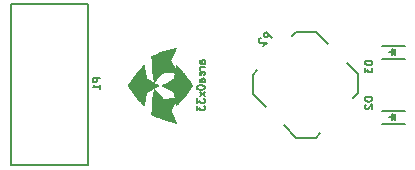
<source format=gbr>
G04 #@! TF.FileFunction,Legend,Bot*
%FSLAX46Y46*%
G04 Gerber Fmt 4.6, Leading zero omitted, Abs format (unit mm)*
G04 Created by KiCad (PCBNEW 4.0.1-3.201512221402+6198~38~ubuntu14.04.1-stable) date Tue 02 Feb 2016 05:40:22 PM CET*
%MOMM*%
G01*
G04 APERTURE LIST*
%ADD10C,0.020000*%
%ADD11C,0.150000*%
%ADD12C,0.002540*%
%ADD13C,0.130000*%
G04 APERTURE END LIST*
D10*
D11*
X137969000Y-175557000D02*
X144469000Y-175557000D01*
X144469000Y-175557000D02*
X144469000Y-189157000D01*
X144469000Y-189157000D02*
X137969000Y-189157000D01*
X137969000Y-189157000D02*
X137969000Y-175557000D01*
D12*
G36*
X151934440Y-185572460D02*
X151931900Y-185559760D01*
X151916660Y-185524200D01*
X151896340Y-185470860D01*
X151868400Y-185399740D01*
X151832840Y-185315920D01*
X151792200Y-185219400D01*
X151746480Y-185112720D01*
X151713460Y-185036520D01*
X151667740Y-184927300D01*
X151624560Y-184823160D01*
X151583920Y-184729180D01*
X151550900Y-184647900D01*
X151525500Y-184581860D01*
X151505180Y-184533600D01*
X151495020Y-184505660D01*
X151492480Y-184498040D01*
X151502640Y-184480260D01*
X151522960Y-184442160D01*
X151550900Y-184388820D01*
X151586460Y-184322780D01*
X151627100Y-184249120D01*
X151670280Y-184170380D01*
X151713460Y-184091640D01*
X151756640Y-184012900D01*
X151797280Y-183939240D01*
X151832840Y-183875740D01*
X151863320Y-183822400D01*
X151886180Y-183784300D01*
X151896340Y-183766520D01*
X151898880Y-183763980D01*
X151903960Y-183774140D01*
X151911580Y-183807160D01*
X151919200Y-183855420D01*
X151929360Y-183913840D01*
X151929360Y-183918920D01*
X151939520Y-183982420D01*
X151949680Y-184035760D01*
X151957300Y-184073860D01*
X151962380Y-184094180D01*
X151972540Y-184086560D01*
X151997940Y-184063700D01*
X152036040Y-184025600D01*
X152086840Y-183974800D01*
X152145260Y-183911300D01*
X152211300Y-183842720D01*
X152279880Y-183766520D01*
X152353540Y-183687780D01*
X152427200Y-183606500D01*
X152495780Y-183527760D01*
X152564360Y-183454100D01*
X152622780Y-183385520D01*
X152676120Y-183324560D01*
X152719300Y-183273760D01*
X152747240Y-183235660D01*
X152754860Y-183225500D01*
X152780260Y-183192480D01*
X152813280Y-183141680D01*
X152856460Y-183078180D01*
X152902180Y-183012140D01*
X152935200Y-182966420D01*
X152991080Y-182885140D01*
X153054580Y-182791160D01*
X153118080Y-182697180D01*
X153176500Y-182610820D01*
X153191740Y-182587960D01*
X153321280Y-182400000D01*
X153026640Y-181970740D01*
X152952980Y-181864060D01*
X152892020Y-181772620D01*
X152838680Y-181696420D01*
X152790420Y-181630380D01*
X152744700Y-181571960D01*
X152701520Y-181513540D01*
X152653260Y-181455120D01*
X152599920Y-181394160D01*
X152536420Y-181323040D01*
X152460220Y-181239220D01*
X152371320Y-181140160D01*
X152366240Y-181135080D01*
X152287500Y-181048720D01*
X152213840Y-180964900D01*
X152147800Y-180891240D01*
X152091920Y-180827740D01*
X152046200Y-180774400D01*
X152013180Y-180738840D01*
X151992860Y-180715980D01*
X151992860Y-180713440D01*
X151982700Y-180700740D01*
X151972540Y-180703280D01*
X151964920Y-180723600D01*
X151954760Y-180761700D01*
X151942060Y-180820120D01*
X151931900Y-180886160D01*
X151903960Y-181058880D01*
X151695680Y-180680420D01*
X151489940Y-180301960D01*
X151718540Y-179766020D01*
X151766800Y-179654260D01*
X151809980Y-179550120D01*
X151850620Y-179456140D01*
X151883640Y-179374860D01*
X151911580Y-179308820D01*
X151931900Y-179260560D01*
X151944600Y-179232620D01*
X151947140Y-179225000D01*
X151934440Y-179227540D01*
X151898880Y-179237700D01*
X151843000Y-179252940D01*
X151769340Y-179270720D01*
X151680440Y-179296120D01*
X151578840Y-179324060D01*
X151467080Y-179352000D01*
X151390880Y-179374860D01*
X150837160Y-179524720D01*
X150438380Y-179694900D01*
X150339320Y-179738080D01*
X150245340Y-179778720D01*
X150156440Y-179814280D01*
X150082780Y-179844760D01*
X150024360Y-179870160D01*
X149983720Y-179885400D01*
X149971020Y-179890480D01*
X149915140Y-179910800D01*
X149884660Y-179933660D01*
X149874500Y-179959060D01*
X149877040Y-179976840D01*
X149879580Y-179997160D01*
X149879580Y-180040340D01*
X149882120Y-180103840D01*
X149884660Y-180182580D01*
X149887200Y-180276560D01*
X149889740Y-180380700D01*
X149892280Y-180492460D01*
X149892280Y-180495000D01*
X149892280Y-180609300D01*
X149894820Y-180718520D01*
X149897360Y-180817580D01*
X149902440Y-180903940D01*
X149904980Y-180975060D01*
X149907520Y-181028400D01*
X149912600Y-181056340D01*
X149920220Y-181107140D01*
X149927840Y-181155400D01*
X149930380Y-181175720D01*
X149935460Y-181213820D01*
X149945620Y-181264620D01*
X149950700Y-181300180D01*
X149958320Y-181350980D01*
X149965940Y-181399240D01*
X149971020Y-181424640D01*
X149976100Y-181465280D01*
X149983720Y-181516080D01*
X149991340Y-181551640D01*
X149998960Y-181599900D01*
X150006580Y-181645620D01*
X150009120Y-181668480D01*
X150021820Y-181762460D01*
X150037060Y-181838660D01*
X150042140Y-181861520D01*
X150049760Y-181897080D01*
X150059920Y-181947880D01*
X150070080Y-182001220D01*
X150077700Y-182049480D01*
X150085320Y-182082500D01*
X150087860Y-182097740D01*
X150090400Y-182097740D01*
X150092940Y-182097740D01*
X150098020Y-182092660D01*
X150108180Y-182079960D01*
X150123420Y-182062180D01*
X150148820Y-182036780D01*
X150181840Y-182001220D01*
X150225020Y-181955500D01*
X150280900Y-181894540D01*
X150349480Y-181820880D01*
X150433300Y-181729440D01*
X150534900Y-181620220D01*
X150550140Y-181602440D01*
X150639040Y-181508460D01*
X150710160Y-181429720D01*
X150766040Y-181368760D01*
X150814300Y-181323040D01*
X150847320Y-181290020D01*
X150875260Y-181267160D01*
X150893040Y-181254460D01*
X150905740Y-181249380D01*
X150910820Y-181249380D01*
X150941300Y-181249380D01*
X150992100Y-181254460D01*
X151053060Y-181259540D01*
X151121640Y-181264620D01*
X151185140Y-181269700D01*
X151241020Y-181272240D01*
X151246100Y-181274780D01*
X151294360Y-181277320D01*
X151355320Y-181282400D01*
X151411200Y-181287480D01*
X151467080Y-181290020D01*
X151517880Y-181295100D01*
X151555980Y-181297640D01*
X151555980Y-181297640D01*
X151589000Y-181302720D01*
X151639800Y-181305260D01*
X151700760Y-181310340D01*
X151731240Y-181312880D01*
X151784580Y-181317960D01*
X151827760Y-181323040D01*
X151855700Y-181325580D01*
X151860780Y-181328120D01*
X151858240Y-181343360D01*
X151850620Y-181376380D01*
X151843000Y-181422100D01*
X151840460Y-181429720D01*
X151830300Y-181485600D01*
X151820140Y-181544020D01*
X151812520Y-181582120D01*
X151804900Y-181620220D01*
X151799820Y-181645620D01*
X151799820Y-181648160D01*
X151797280Y-181665940D01*
X151792200Y-181698960D01*
X151787120Y-181737060D01*
X151779500Y-181785320D01*
X151769340Y-181820880D01*
X151761720Y-181838660D01*
X151749020Y-181848820D01*
X151713460Y-181871680D01*
X151660120Y-181902160D01*
X151594080Y-181937720D01*
X151517880Y-181980900D01*
X151434060Y-182029160D01*
X151342620Y-182077420D01*
X151251180Y-182128220D01*
X151162280Y-182176480D01*
X151075920Y-182222200D01*
X150997180Y-182265380D01*
X150928600Y-182300940D01*
X150875260Y-182328880D01*
X150837160Y-182346660D01*
X150829540Y-182349200D01*
X150778740Y-182374600D01*
X150753340Y-182392380D01*
X150750800Y-182407620D01*
X150773660Y-182425400D01*
X150814300Y-182448260D01*
X150834620Y-182458420D01*
X150877800Y-182481280D01*
X150936220Y-182511760D01*
X151004800Y-182549860D01*
X151086080Y-182593040D01*
X151174980Y-182638760D01*
X151263880Y-182687020D01*
X151357860Y-182737820D01*
X151446760Y-182786080D01*
X151530580Y-182831800D01*
X151606780Y-182872440D01*
X151670280Y-182908000D01*
X151721080Y-182935940D01*
X151754100Y-182953720D01*
X151764260Y-182958800D01*
X151769340Y-182974040D01*
X151774420Y-183007060D01*
X151782040Y-183055320D01*
X151787120Y-183093420D01*
X151799820Y-183169620D01*
X151815060Y-183255980D01*
X151827760Y-183334720D01*
X151832840Y-183352500D01*
X151855700Y-183479500D01*
X151827760Y-183482040D01*
X151761720Y-183487120D01*
X151685520Y-183494740D01*
X151609320Y-183499820D01*
X151538200Y-183504900D01*
X151484860Y-183509980D01*
X151464540Y-183512520D01*
X151426440Y-183517600D01*
X151375640Y-183522680D01*
X151319760Y-183525220D01*
X151319760Y-183525220D01*
X151261340Y-183530300D01*
X151208000Y-183535380D01*
X151167360Y-183540460D01*
X151129260Y-183543000D01*
X151075920Y-183545540D01*
X151014960Y-183550620D01*
X150994640Y-183553160D01*
X150872720Y-183560780D01*
X150481560Y-183134060D01*
X150087860Y-182704800D01*
X150072620Y-182773380D01*
X150062460Y-182821640D01*
X150052300Y-182885140D01*
X150039600Y-182953720D01*
X150026900Y-183022300D01*
X150016740Y-183083260D01*
X150011660Y-183123900D01*
X150009120Y-183131520D01*
X150004040Y-183164540D01*
X149996420Y-183212800D01*
X149991340Y-183248360D01*
X149981180Y-183301700D01*
X149973560Y-183349960D01*
X149971020Y-183375360D01*
X149965940Y-183413460D01*
X149955780Y-183464260D01*
X149950700Y-183499820D01*
X149943080Y-183553160D01*
X149935460Y-183601420D01*
X149930380Y-183624280D01*
X149925300Y-183664920D01*
X149917680Y-183715720D01*
X149912600Y-183743660D01*
X149907520Y-183774140D01*
X149904980Y-183827480D01*
X149899900Y-183898600D01*
X149897360Y-183987500D01*
X149894820Y-184086560D01*
X149892280Y-184195780D01*
X149889740Y-184292300D01*
X149887200Y-184404060D01*
X149884660Y-184510740D01*
X149884660Y-184607260D01*
X149882120Y-184688540D01*
X149879580Y-184757120D01*
X149879580Y-184802840D01*
X149879580Y-184825700D01*
X149879580Y-184861260D01*
X149887200Y-184884120D01*
X149889740Y-184886660D01*
X149894820Y-184886660D01*
X149897360Y-184886660D01*
X149904980Y-184889200D01*
X149915140Y-184894280D01*
X149932920Y-184899360D01*
X149960860Y-184912060D01*
X149998960Y-184927300D01*
X150052300Y-184950160D01*
X150120880Y-184978100D01*
X150207240Y-185013660D01*
X150313920Y-185059380D01*
X150418060Y-185102560D01*
X150877800Y-185298140D01*
X151403580Y-185437840D01*
X151515340Y-185468320D01*
X151622020Y-185496260D01*
X151716000Y-185521660D01*
X151797280Y-185541980D01*
X151860780Y-185557220D01*
X151906500Y-185567380D01*
X151931900Y-185572460D01*
X151934440Y-185572460D01*
X151934440Y-185572460D01*
X151934440Y-185572460D01*
G37*
X151934440Y-185572460D02*
X151931900Y-185559760D01*
X151916660Y-185524200D01*
X151896340Y-185470860D01*
X151868400Y-185399740D01*
X151832840Y-185315920D01*
X151792200Y-185219400D01*
X151746480Y-185112720D01*
X151713460Y-185036520D01*
X151667740Y-184927300D01*
X151624560Y-184823160D01*
X151583920Y-184729180D01*
X151550900Y-184647900D01*
X151525500Y-184581860D01*
X151505180Y-184533600D01*
X151495020Y-184505660D01*
X151492480Y-184498040D01*
X151502640Y-184480260D01*
X151522960Y-184442160D01*
X151550900Y-184388820D01*
X151586460Y-184322780D01*
X151627100Y-184249120D01*
X151670280Y-184170380D01*
X151713460Y-184091640D01*
X151756640Y-184012900D01*
X151797280Y-183939240D01*
X151832840Y-183875740D01*
X151863320Y-183822400D01*
X151886180Y-183784300D01*
X151896340Y-183766520D01*
X151898880Y-183763980D01*
X151903960Y-183774140D01*
X151911580Y-183807160D01*
X151919200Y-183855420D01*
X151929360Y-183913840D01*
X151929360Y-183918920D01*
X151939520Y-183982420D01*
X151949680Y-184035760D01*
X151957300Y-184073860D01*
X151962380Y-184094180D01*
X151972540Y-184086560D01*
X151997940Y-184063700D01*
X152036040Y-184025600D01*
X152086840Y-183974800D01*
X152145260Y-183911300D01*
X152211300Y-183842720D01*
X152279880Y-183766520D01*
X152353540Y-183687780D01*
X152427200Y-183606500D01*
X152495780Y-183527760D01*
X152564360Y-183454100D01*
X152622780Y-183385520D01*
X152676120Y-183324560D01*
X152719300Y-183273760D01*
X152747240Y-183235660D01*
X152754860Y-183225500D01*
X152780260Y-183192480D01*
X152813280Y-183141680D01*
X152856460Y-183078180D01*
X152902180Y-183012140D01*
X152935200Y-182966420D01*
X152991080Y-182885140D01*
X153054580Y-182791160D01*
X153118080Y-182697180D01*
X153176500Y-182610820D01*
X153191740Y-182587960D01*
X153321280Y-182400000D01*
X153026640Y-181970740D01*
X152952980Y-181864060D01*
X152892020Y-181772620D01*
X152838680Y-181696420D01*
X152790420Y-181630380D01*
X152744700Y-181571960D01*
X152701520Y-181513540D01*
X152653260Y-181455120D01*
X152599920Y-181394160D01*
X152536420Y-181323040D01*
X152460220Y-181239220D01*
X152371320Y-181140160D01*
X152366240Y-181135080D01*
X152287500Y-181048720D01*
X152213840Y-180964900D01*
X152147800Y-180891240D01*
X152091920Y-180827740D01*
X152046200Y-180774400D01*
X152013180Y-180738840D01*
X151992860Y-180715980D01*
X151992860Y-180713440D01*
X151982700Y-180700740D01*
X151972540Y-180703280D01*
X151964920Y-180723600D01*
X151954760Y-180761700D01*
X151942060Y-180820120D01*
X151931900Y-180886160D01*
X151903960Y-181058880D01*
X151695680Y-180680420D01*
X151489940Y-180301960D01*
X151718540Y-179766020D01*
X151766800Y-179654260D01*
X151809980Y-179550120D01*
X151850620Y-179456140D01*
X151883640Y-179374860D01*
X151911580Y-179308820D01*
X151931900Y-179260560D01*
X151944600Y-179232620D01*
X151947140Y-179225000D01*
X151934440Y-179227540D01*
X151898880Y-179237700D01*
X151843000Y-179252940D01*
X151769340Y-179270720D01*
X151680440Y-179296120D01*
X151578840Y-179324060D01*
X151467080Y-179352000D01*
X151390880Y-179374860D01*
X150837160Y-179524720D01*
X150438380Y-179694900D01*
X150339320Y-179738080D01*
X150245340Y-179778720D01*
X150156440Y-179814280D01*
X150082780Y-179844760D01*
X150024360Y-179870160D01*
X149983720Y-179885400D01*
X149971020Y-179890480D01*
X149915140Y-179910800D01*
X149884660Y-179933660D01*
X149874500Y-179959060D01*
X149877040Y-179976840D01*
X149879580Y-179997160D01*
X149879580Y-180040340D01*
X149882120Y-180103840D01*
X149884660Y-180182580D01*
X149887200Y-180276560D01*
X149889740Y-180380700D01*
X149892280Y-180492460D01*
X149892280Y-180495000D01*
X149892280Y-180609300D01*
X149894820Y-180718520D01*
X149897360Y-180817580D01*
X149902440Y-180903940D01*
X149904980Y-180975060D01*
X149907520Y-181028400D01*
X149912600Y-181056340D01*
X149920220Y-181107140D01*
X149927840Y-181155400D01*
X149930380Y-181175720D01*
X149935460Y-181213820D01*
X149945620Y-181264620D01*
X149950700Y-181300180D01*
X149958320Y-181350980D01*
X149965940Y-181399240D01*
X149971020Y-181424640D01*
X149976100Y-181465280D01*
X149983720Y-181516080D01*
X149991340Y-181551640D01*
X149998960Y-181599900D01*
X150006580Y-181645620D01*
X150009120Y-181668480D01*
X150021820Y-181762460D01*
X150037060Y-181838660D01*
X150042140Y-181861520D01*
X150049760Y-181897080D01*
X150059920Y-181947880D01*
X150070080Y-182001220D01*
X150077700Y-182049480D01*
X150085320Y-182082500D01*
X150087860Y-182097740D01*
X150090400Y-182097740D01*
X150092940Y-182097740D01*
X150098020Y-182092660D01*
X150108180Y-182079960D01*
X150123420Y-182062180D01*
X150148820Y-182036780D01*
X150181840Y-182001220D01*
X150225020Y-181955500D01*
X150280900Y-181894540D01*
X150349480Y-181820880D01*
X150433300Y-181729440D01*
X150534900Y-181620220D01*
X150550140Y-181602440D01*
X150639040Y-181508460D01*
X150710160Y-181429720D01*
X150766040Y-181368760D01*
X150814300Y-181323040D01*
X150847320Y-181290020D01*
X150875260Y-181267160D01*
X150893040Y-181254460D01*
X150905740Y-181249380D01*
X150910820Y-181249380D01*
X150941300Y-181249380D01*
X150992100Y-181254460D01*
X151053060Y-181259540D01*
X151121640Y-181264620D01*
X151185140Y-181269700D01*
X151241020Y-181272240D01*
X151246100Y-181274780D01*
X151294360Y-181277320D01*
X151355320Y-181282400D01*
X151411200Y-181287480D01*
X151467080Y-181290020D01*
X151517880Y-181295100D01*
X151555980Y-181297640D01*
X151555980Y-181297640D01*
X151589000Y-181302720D01*
X151639800Y-181305260D01*
X151700760Y-181310340D01*
X151731240Y-181312880D01*
X151784580Y-181317960D01*
X151827760Y-181323040D01*
X151855700Y-181325580D01*
X151860780Y-181328120D01*
X151858240Y-181343360D01*
X151850620Y-181376380D01*
X151843000Y-181422100D01*
X151840460Y-181429720D01*
X151830300Y-181485600D01*
X151820140Y-181544020D01*
X151812520Y-181582120D01*
X151804900Y-181620220D01*
X151799820Y-181645620D01*
X151799820Y-181648160D01*
X151797280Y-181665940D01*
X151792200Y-181698960D01*
X151787120Y-181737060D01*
X151779500Y-181785320D01*
X151769340Y-181820880D01*
X151761720Y-181838660D01*
X151749020Y-181848820D01*
X151713460Y-181871680D01*
X151660120Y-181902160D01*
X151594080Y-181937720D01*
X151517880Y-181980900D01*
X151434060Y-182029160D01*
X151342620Y-182077420D01*
X151251180Y-182128220D01*
X151162280Y-182176480D01*
X151075920Y-182222200D01*
X150997180Y-182265380D01*
X150928600Y-182300940D01*
X150875260Y-182328880D01*
X150837160Y-182346660D01*
X150829540Y-182349200D01*
X150778740Y-182374600D01*
X150753340Y-182392380D01*
X150750800Y-182407620D01*
X150773660Y-182425400D01*
X150814300Y-182448260D01*
X150834620Y-182458420D01*
X150877800Y-182481280D01*
X150936220Y-182511760D01*
X151004800Y-182549860D01*
X151086080Y-182593040D01*
X151174980Y-182638760D01*
X151263880Y-182687020D01*
X151357860Y-182737820D01*
X151446760Y-182786080D01*
X151530580Y-182831800D01*
X151606780Y-182872440D01*
X151670280Y-182908000D01*
X151721080Y-182935940D01*
X151754100Y-182953720D01*
X151764260Y-182958800D01*
X151769340Y-182974040D01*
X151774420Y-183007060D01*
X151782040Y-183055320D01*
X151787120Y-183093420D01*
X151799820Y-183169620D01*
X151815060Y-183255980D01*
X151827760Y-183334720D01*
X151832840Y-183352500D01*
X151855700Y-183479500D01*
X151827760Y-183482040D01*
X151761720Y-183487120D01*
X151685520Y-183494740D01*
X151609320Y-183499820D01*
X151538200Y-183504900D01*
X151484860Y-183509980D01*
X151464540Y-183512520D01*
X151426440Y-183517600D01*
X151375640Y-183522680D01*
X151319760Y-183525220D01*
X151319760Y-183525220D01*
X151261340Y-183530300D01*
X151208000Y-183535380D01*
X151167360Y-183540460D01*
X151129260Y-183543000D01*
X151075920Y-183545540D01*
X151014960Y-183550620D01*
X150994640Y-183553160D01*
X150872720Y-183560780D01*
X150481560Y-183134060D01*
X150087860Y-182704800D01*
X150072620Y-182773380D01*
X150062460Y-182821640D01*
X150052300Y-182885140D01*
X150039600Y-182953720D01*
X150026900Y-183022300D01*
X150016740Y-183083260D01*
X150011660Y-183123900D01*
X150009120Y-183131520D01*
X150004040Y-183164540D01*
X149996420Y-183212800D01*
X149991340Y-183248360D01*
X149981180Y-183301700D01*
X149973560Y-183349960D01*
X149971020Y-183375360D01*
X149965940Y-183413460D01*
X149955780Y-183464260D01*
X149950700Y-183499820D01*
X149943080Y-183553160D01*
X149935460Y-183601420D01*
X149930380Y-183624280D01*
X149925300Y-183664920D01*
X149917680Y-183715720D01*
X149912600Y-183743660D01*
X149907520Y-183774140D01*
X149904980Y-183827480D01*
X149899900Y-183898600D01*
X149897360Y-183987500D01*
X149894820Y-184086560D01*
X149892280Y-184195780D01*
X149889740Y-184292300D01*
X149887200Y-184404060D01*
X149884660Y-184510740D01*
X149884660Y-184607260D01*
X149882120Y-184688540D01*
X149879580Y-184757120D01*
X149879580Y-184802840D01*
X149879580Y-184825700D01*
X149879580Y-184861260D01*
X149887200Y-184884120D01*
X149889740Y-184886660D01*
X149894820Y-184886660D01*
X149897360Y-184886660D01*
X149904980Y-184889200D01*
X149915140Y-184894280D01*
X149932920Y-184899360D01*
X149960860Y-184912060D01*
X149998960Y-184927300D01*
X150052300Y-184950160D01*
X150120880Y-184978100D01*
X150207240Y-185013660D01*
X150313920Y-185059380D01*
X150418060Y-185102560D01*
X150877800Y-185298140D01*
X151403580Y-185437840D01*
X151515340Y-185468320D01*
X151622020Y-185496260D01*
X151716000Y-185521660D01*
X151797280Y-185541980D01*
X151860780Y-185557220D01*
X151906500Y-185567380D01*
X151931900Y-185572460D01*
X151934440Y-185572460D01*
X151934440Y-185572460D01*
G36*
X149229340Y-184114500D02*
X149236960Y-184101800D01*
X149244580Y-184071320D01*
X149244580Y-184056080D01*
X149247120Y-184028140D01*
X149252200Y-183977340D01*
X149262360Y-183911300D01*
X149275060Y-183830020D01*
X149290300Y-183746200D01*
X149295380Y-183718260D01*
X149313160Y-183614120D01*
X149333480Y-183499820D01*
X149353800Y-183385520D01*
X149371580Y-183278840D01*
X149386820Y-183197560D01*
X149427460Y-182961340D01*
X149889740Y-182712420D01*
X149993880Y-182656540D01*
X150092940Y-182603200D01*
X150181840Y-182554940D01*
X150263120Y-182511760D01*
X150329160Y-182476200D01*
X150377420Y-182450800D01*
X150405360Y-182435560D01*
X150410440Y-182433020D01*
X150466320Y-182402540D01*
X150410440Y-182372060D01*
X150385040Y-182359360D01*
X150339320Y-182333960D01*
X150278360Y-182300940D01*
X150202160Y-182257760D01*
X150113260Y-182212040D01*
X150016740Y-182158700D01*
X149915140Y-182105360D01*
X149902440Y-182097740D01*
X149803380Y-182044400D01*
X149709400Y-181993600D01*
X149625580Y-181947880D01*
X149554460Y-181909780D01*
X149498580Y-181876760D01*
X149460480Y-181853900D01*
X149440160Y-181843740D01*
X149440160Y-181843740D01*
X149432540Y-181825960D01*
X149422380Y-181785320D01*
X149409680Y-181721820D01*
X149394440Y-181643080D01*
X149376660Y-181546560D01*
X149356340Y-181439880D01*
X149336020Y-181320500D01*
X149323320Y-181241760D01*
X149300460Y-181104600D01*
X149282680Y-180992840D01*
X149267440Y-180903940D01*
X149254740Y-180832820D01*
X149244580Y-180779480D01*
X149236960Y-180743920D01*
X149229340Y-180718520D01*
X149224260Y-180703280D01*
X149216640Y-180698200D01*
X149211560Y-180700740D01*
X149206480Y-180705820D01*
X149203940Y-180708360D01*
X149163300Y-180751540D01*
X149109960Y-180809960D01*
X149049000Y-180878540D01*
X148977880Y-180954740D01*
X148906760Y-181038560D01*
X148830560Y-181124920D01*
X148754360Y-181211280D01*
X148680700Y-181295100D01*
X148609580Y-181373840D01*
X148548620Y-181447500D01*
X148492740Y-181511000D01*
X148452100Y-181561800D01*
X148421620Y-181597360D01*
X148408920Y-181612600D01*
X148309860Y-181762460D01*
X148218420Y-181897080D01*
X148137140Y-182016460D01*
X148066020Y-182120600D01*
X148010140Y-182204420D01*
X147964420Y-182267920D01*
X147933940Y-182313640D01*
X147931400Y-182313640D01*
X147865360Y-182402540D01*
X147900920Y-182450800D01*
X147923780Y-182481280D01*
X147941560Y-182501600D01*
X147944100Y-182504140D01*
X147946640Y-182509220D01*
X147956800Y-182519380D01*
X147966960Y-182537160D01*
X147987280Y-182562560D01*
X148012680Y-182600660D01*
X148048240Y-182654000D01*
X148091420Y-182717500D01*
X148147300Y-182798780D01*
X148213340Y-182900380D01*
X148294620Y-183019760D01*
X148325100Y-183065480D01*
X148370820Y-183134060D01*
X148411460Y-183192480D01*
X148444480Y-183243280D01*
X148469880Y-183276300D01*
X148482580Y-183294080D01*
X148485120Y-183296620D01*
X148487660Y-183299160D01*
X148500360Y-183311860D01*
X148518140Y-183332180D01*
X148543540Y-183360120D01*
X148581640Y-183400760D01*
X148629900Y-183456640D01*
X148695940Y-183527760D01*
X148774680Y-183616660D01*
X148800080Y-183644600D01*
X148828020Y-183675080D01*
X148866120Y-183718260D01*
X148914380Y-183771600D01*
X148965180Y-183827480D01*
X148972800Y-183837640D01*
X149026140Y-183893520D01*
X149076940Y-183951940D01*
X149120120Y-184002740D01*
X149153140Y-184040840D01*
X149155680Y-184043380D01*
X149188700Y-184078940D01*
X149214100Y-184104340D01*
X149229340Y-184114500D01*
X149229340Y-184114500D01*
X149229340Y-184114500D01*
G37*
X149229340Y-184114500D02*
X149236960Y-184101800D01*
X149244580Y-184071320D01*
X149244580Y-184056080D01*
X149247120Y-184028140D01*
X149252200Y-183977340D01*
X149262360Y-183911300D01*
X149275060Y-183830020D01*
X149290300Y-183746200D01*
X149295380Y-183718260D01*
X149313160Y-183614120D01*
X149333480Y-183499820D01*
X149353800Y-183385520D01*
X149371580Y-183278840D01*
X149386820Y-183197560D01*
X149427460Y-182961340D01*
X149889740Y-182712420D01*
X149993880Y-182656540D01*
X150092940Y-182603200D01*
X150181840Y-182554940D01*
X150263120Y-182511760D01*
X150329160Y-182476200D01*
X150377420Y-182450800D01*
X150405360Y-182435560D01*
X150410440Y-182433020D01*
X150466320Y-182402540D01*
X150410440Y-182372060D01*
X150385040Y-182359360D01*
X150339320Y-182333960D01*
X150278360Y-182300940D01*
X150202160Y-182257760D01*
X150113260Y-182212040D01*
X150016740Y-182158700D01*
X149915140Y-182105360D01*
X149902440Y-182097740D01*
X149803380Y-182044400D01*
X149709400Y-181993600D01*
X149625580Y-181947880D01*
X149554460Y-181909780D01*
X149498580Y-181876760D01*
X149460480Y-181853900D01*
X149440160Y-181843740D01*
X149440160Y-181843740D01*
X149432540Y-181825960D01*
X149422380Y-181785320D01*
X149409680Y-181721820D01*
X149394440Y-181643080D01*
X149376660Y-181546560D01*
X149356340Y-181439880D01*
X149336020Y-181320500D01*
X149323320Y-181241760D01*
X149300460Y-181104600D01*
X149282680Y-180992840D01*
X149267440Y-180903940D01*
X149254740Y-180832820D01*
X149244580Y-180779480D01*
X149236960Y-180743920D01*
X149229340Y-180718520D01*
X149224260Y-180703280D01*
X149216640Y-180698200D01*
X149211560Y-180700740D01*
X149206480Y-180705820D01*
X149203940Y-180708360D01*
X149163300Y-180751540D01*
X149109960Y-180809960D01*
X149049000Y-180878540D01*
X148977880Y-180954740D01*
X148906760Y-181038560D01*
X148830560Y-181124920D01*
X148754360Y-181211280D01*
X148680700Y-181295100D01*
X148609580Y-181373840D01*
X148548620Y-181447500D01*
X148492740Y-181511000D01*
X148452100Y-181561800D01*
X148421620Y-181597360D01*
X148408920Y-181612600D01*
X148309860Y-181762460D01*
X148218420Y-181897080D01*
X148137140Y-182016460D01*
X148066020Y-182120600D01*
X148010140Y-182204420D01*
X147964420Y-182267920D01*
X147933940Y-182313640D01*
X147931400Y-182313640D01*
X147865360Y-182402540D01*
X147900920Y-182450800D01*
X147923780Y-182481280D01*
X147941560Y-182501600D01*
X147944100Y-182504140D01*
X147946640Y-182509220D01*
X147956800Y-182519380D01*
X147966960Y-182537160D01*
X147987280Y-182562560D01*
X148012680Y-182600660D01*
X148048240Y-182654000D01*
X148091420Y-182717500D01*
X148147300Y-182798780D01*
X148213340Y-182900380D01*
X148294620Y-183019760D01*
X148325100Y-183065480D01*
X148370820Y-183134060D01*
X148411460Y-183192480D01*
X148444480Y-183243280D01*
X148469880Y-183276300D01*
X148482580Y-183294080D01*
X148485120Y-183296620D01*
X148487660Y-183299160D01*
X148500360Y-183311860D01*
X148518140Y-183332180D01*
X148543540Y-183360120D01*
X148581640Y-183400760D01*
X148629900Y-183456640D01*
X148695940Y-183527760D01*
X148774680Y-183616660D01*
X148800080Y-183644600D01*
X148828020Y-183675080D01*
X148866120Y-183718260D01*
X148914380Y-183771600D01*
X148965180Y-183827480D01*
X148972800Y-183837640D01*
X149026140Y-183893520D01*
X149076940Y-183951940D01*
X149120120Y-184002740D01*
X149153140Y-184040840D01*
X149155680Y-184043380D01*
X149188700Y-184078940D01*
X149214100Y-184104340D01*
X149229340Y-184114500D01*
X149229340Y-184114500D01*
D11*
X163782173Y-186847128D02*
X164171082Y-186458219D01*
X167353062Y-183064107D02*
X166964153Y-183453016D01*
X158443517Y-181508472D02*
X158832425Y-181119563D01*
X162155827Y-186847128D02*
X161095167Y-185786468D01*
X163782173Y-186847128D02*
X162155827Y-186847128D01*
X158443517Y-181508472D02*
X158443517Y-183134817D01*
X158443517Y-183134817D02*
X159539532Y-184230833D01*
X162155827Y-177866872D02*
X161766918Y-178255781D01*
X163782173Y-177866872D02*
X164842833Y-178927532D01*
X162155827Y-177866872D02*
X163782173Y-177866872D01*
X167353062Y-181437761D02*
X166398468Y-180483167D01*
X167353062Y-183064107D02*
X167353062Y-181437761D01*
X171319000Y-185657000D02*
X169419000Y-185657000D01*
X171319000Y-184557000D02*
X169419000Y-184557000D01*
X170419000Y-185107000D02*
X169969000Y-185107000D01*
X170469000Y-184857000D02*
X170469000Y-185357000D01*
X170469000Y-185107000D02*
X170219000Y-184857000D01*
X170219000Y-184857000D02*
X170219000Y-185357000D01*
X170219000Y-185357000D02*
X170469000Y-185107000D01*
X171319000Y-180157000D02*
X169419000Y-180157000D01*
X171319000Y-179057000D02*
X169419000Y-179057000D01*
X170419000Y-179607000D02*
X169969000Y-179607000D01*
X170469000Y-179357000D02*
X170469000Y-179857000D01*
X170469000Y-179607000D02*
X170219000Y-179357000D01*
X170219000Y-179357000D02*
X170219000Y-179857000D01*
X170219000Y-179857000D02*
X170469000Y-179607000D01*
D13*
X145544048Y-181770238D02*
X144894048Y-181770238D01*
X144894048Y-182017857D01*
X144925000Y-182079762D01*
X144955952Y-182110714D01*
X145017857Y-182141666D01*
X145110714Y-182141666D01*
X145172619Y-182110714D01*
X145203571Y-182079762D01*
X145234524Y-182017857D01*
X145234524Y-181770238D01*
X145544048Y-182760714D02*
X145544048Y-182389286D01*
X145544048Y-182575000D02*
X144894048Y-182575000D01*
X144986905Y-182513095D01*
X145048810Y-182451190D01*
X145079762Y-182389286D01*
X154384048Y-180573809D02*
X154043571Y-180573809D01*
X153981667Y-180542857D01*
X153950714Y-180480952D01*
X153950714Y-180357143D01*
X153981667Y-180295238D01*
X154353095Y-180573809D02*
X154384048Y-180511905D01*
X154384048Y-180357143D01*
X154353095Y-180295238D01*
X154291190Y-180264286D01*
X154229286Y-180264286D01*
X154167381Y-180295238D01*
X154136429Y-180357143D01*
X154136429Y-180511905D01*
X154105476Y-180573809D01*
X154384048Y-180883333D02*
X153950714Y-180883333D01*
X154074524Y-180883333D02*
X154012619Y-180914285D01*
X153981667Y-180945238D01*
X153950714Y-181007142D01*
X153950714Y-181069047D01*
X154353095Y-181533333D02*
X154384048Y-181471428D01*
X154384048Y-181347619D01*
X154353095Y-181285714D01*
X154291190Y-181254762D01*
X154043571Y-181254762D01*
X153981667Y-181285714D01*
X153950714Y-181347619D01*
X153950714Y-181471428D01*
X153981667Y-181533333D01*
X154043571Y-181564285D01*
X154105476Y-181564285D01*
X154167381Y-181254762D01*
X154384048Y-182121428D02*
X154043571Y-182121428D01*
X153981667Y-182090476D01*
X153950714Y-182028571D01*
X153950714Y-181904762D01*
X153981667Y-181842857D01*
X154353095Y-182121428D02*
X154384048Y-182059524D01*
X154384048Y-181904762D01*
X154353095Y-181842857D01*
X154291190Y-181811905D01*
X154229286Y-181811905D01*
X154167381Y-181842857D01*
X154136429Y-181904762D01*
X154136429Y-182059524D01*
X154105476Y-182121428D01*
X153734048Y-182554761D02*
X153734048Y-182616666D01*
X153765000Y-182678571D01*
X153795952Y-182709523D01*
X153857857Y-182740476D01*
X153981667Y-182771428D01*
X154136429Y-182771428D01*
X154260238Y-182740476D01*
X154322143Y-182709523D01*
X154353095Y-182678571D01*
X154384048Y-182616666D01*
X154384048Y-182554761D01*
X154353095Y-182492857D01*
X154322143Y-182461904D01*
X154260238Y-182430952D01*
X154136429Y-182400000D01*
X153981667Y-182400000D01*
X153857857Y-182430952D01*
X153795952Y-182461904D01*
X153765000Y-182492857D01*
X153734048Y-182554761D01*
X154384048Y-182988095D02*
X153950714Y-183328571D01*
X153950714Y-182988095D02*
X154384048Y-183328571D01*
X153734048Y-183514285D02*
X153734048Y-183916666D01*
X153981667Y-183699999D01*
X153981667Y-183792857D01*
X154012619Y-183854761D01*
X154043571Y-183885714D01*
X154105476Y-183916666D01*
X154260238Y-183916666D01*
X154322143Y-183885714D01*
X154353095Y-183854761D01*
X154384048Y-183792857D01*
X154384048Y-183607142D01*
X154353095Y-183545238D01*
X154322143Y-183514285D01*
X153734048Y-184133333D02*
X153734048Y-184535714D01*
X153981667Y-184319047D01*
X153981667Y-184411905D01*
X154012619Y-184473809D01*
X154043571Y-184504762D01*
X154105476Y-184535714D01*
X154260238Y-184535714D01*
X154322143Y-184504762D01*
X154353095Y-184473809D01*
X154384048Y-184411905D01*
X154384048Y-184226190D01*
X154353095Y-184164286D01*
X154322143Y-184133333D01*
X160047166Y-178368681D02*
X159587547Y-177909062D01*
X159412454Y-178084155D01*
X159390567Y-178149815D01*
X159390567Y-178193588D01*
X159412454Y-178259247D01*
X159478114Y-178324907D01*
X159543773Y-178346794D01*
X159587546Y-178346794D01*
X159653207Y-178324908D01*
X159828300Y-178149815D01*
X159193587Y-178390568D02*
X159149814Y-178390568D01*
X159084154Y-178412455D01*
X158974721Y-178521888D01*
X158952834Y-178587547D01*
X158952834Y-178631321D01*
X158974721Y-178696980D01*
X159018494Y-178740754D01*
X159106040Y-178784527D01*
X159631320Y-178784527D01*
X159346794Y-179069054D01*
X168594048Y-183420238D02*
X167944048Y-183420238D01*
X167944048Y-183575000D01*
X167975000Y-183667857D01*
X168036905Y-183729762D01*
X168098810Y-183760714D01*
X168222619Y-183791666D01*
X168315476Y-183791666D01*
X168439286Y-183760714D01*
X168501190Y-183729762D01*
X168563095Y-183667857D01*
X168594048Y-183575000D01*
X168594048Y-183420238D01*
X168005952Y-184039286D02*
X167975000Y-184070238D01*
X167944048Y-184132143D01*
X167944048Y-184286905D01*
X167975000Y-184348809D01*
X168005952Y-184379762D01*
X168067857Y-184410714D01*
X168129762Y-184410714D01*
X168222619Y-184379762D01*
X168594048Y-184008333D01*
X168594048Y-184410714D01*
X168594048Y-180320238D02*
X167944048Y-180320238D01*
X167944048Y-180475000D01*
X167975000Y-180567857D01*
X168036905Y-180629762D01*
X168098810Y-180660714D01*
X168222619Y-180691666D01*
X168315476Y-180691666D01*
X168439286Y-180660714D01*
X168501190Y-180629762D01*
X168563095Y-180567857D01*
X168594048Y-180475000D01*
X168594048Y-180320238D01*
X167944048Y-180908333D02*
X167944048Y-181310714D01*
X168191667Y-181094047D01*
X168191667Y-181186905D01*
X168222619Y-181248809D01*
X168253571Y-181279762D01*
X168315476Y-181310714D01*
X168470238Y-181310714D01*
X168532143Y-181279762D01*
X168563095Y-181248809D01*
X168594048Y-181186905D01*
X168594048Y-181001190D01*
X168563095Y-180939286D01*
X168532143Y-180908333D01*
M02*

</source>
